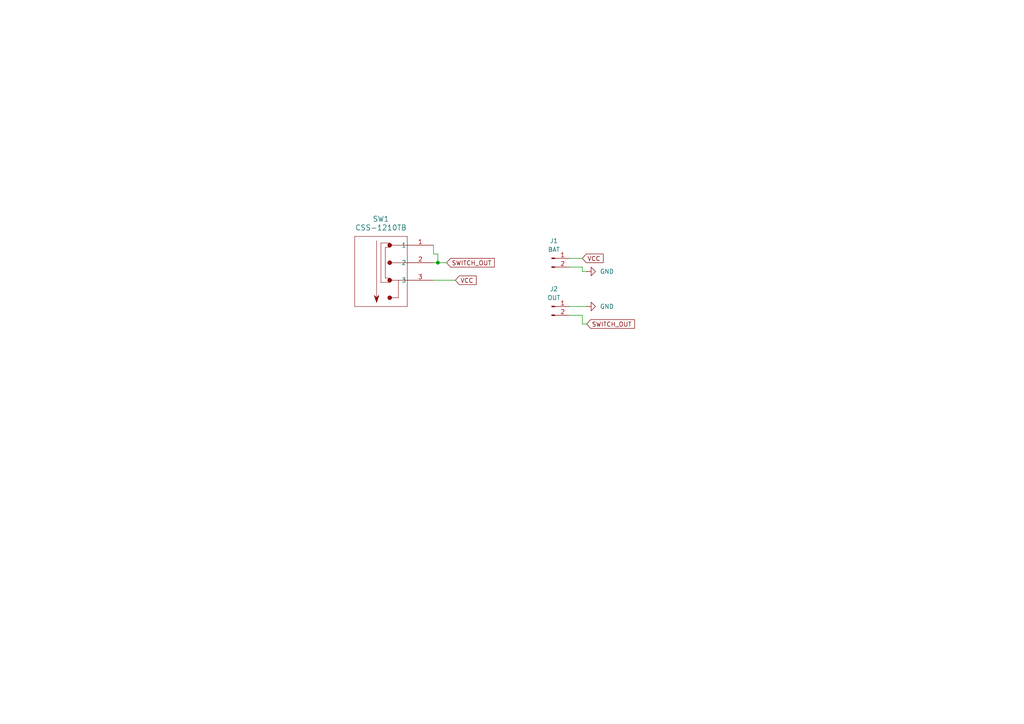
<source format=kicad_sch>
(kicad_sch (version 20231120) (generator "eeschema") (generator_version "8.0")
  (paper "A4")
  (lib_symbols
    (symbol "CSS-1210TB:CSS-1210TB" (pin_names (offset 0.254))
      (property "Reference" "SW" (at -20.32 10.16 0))
      (property "Value" "CSS-1210TB" (at -20.32 7.62 0))
      (symbol "CSS-1210TB_0_1"
        (circle (center -17.78 -12.7) (radius 0.127) (stroke (width 0.508)))
        (circle (center -17.78 -7.62) (radius 0.127) (stroke (width 0.508)))
        (circle (center -17.78 -2.54) (radius 0.127) (stroke (width 0.508)))
        (circle (center -17.78 2.54) (radius 0.127) (stroke (width 0.508)))
        (polyline (pts (xy -27.94 -15.24) (xy -12.7 -15.24)) (stroke (width 0.127)))
        (polyline (pts (xy -27.94 5.08) (xy -27.94 -15.24)) (stroke (width 0.127)))
        (polyline (pts (xy -22.225 -12.065) (xy -21.59 -12.7)) (stroke (width 0.127)))
        (polyline (pts (xy -21.59 -13.97) (xy -22.225 -12.065)) (stroke (width 0.127)))
        (polyline (pts (xy -21.59 -12.7) (xy -20.955 -12.065)) (stroke (width 0.127)))
        (polyline (pts (xy -21.59 3.81) (xy -21.59 -13.97)) (stroke (width 0.127)))
        (polyline (pts (xy -20.955 -12.065) (xy -21.59 -13.97)) (stroke (width 0.127)))
        (polyline (pts (xy -20.32 3.175) (xy -20.32 -8.255)) (stroke (width 0.127)))
        (polyline (pts (xy -19.05 1.905) (xy -19.05 -6.985)) (stroke (width 0.127)))
        (polyline (pts (xy -17.78 -8.255) (xy -20.32 -8.255)) (stroke (width 0.127)))
        (polyline (pts (xy -17.78 -6.985) (xy -19.05 -6.985)) (stroke (width 0.127)))
        (polyline (pts (xy -17.78 -6.985) (xy -17.78 -8.255)) (stroke (width 0.127)))
        (polyline (pts (xy -17.78 1.905) (xy -19.05 1.905)) (stroke (width 0.127)))
        (polyline (pts (xy -17.78 1.905) (xy -17.78 3.175)) (stroke (width 0.127)))
        (polyline (pts (xy -17.78 3.175) (xy -20.32 3.175)) (stroke (width 0.127)))
        (polyline (pts (xy -15.24 -12.7) (xy -17.78 -12.7)) (stroke (width 0.127)))
        (polyline (pts (xy -15.24 -7.62) (xy -15.24 -12.7)) (stroke (width 0.127)))
        (polyline (pts (xy -12.7 -15.24) (xy -12.7 5.08)) (stroke (width 0.127)))
        (polyline (pts (xy -12.7 -7.62) (xy -17.78 -7.62)) (stroke (width 0.127)))
        (polyline (pts (xy -12.7 -2.54) (xy -17.78 -2.54)) (stroke (width 0.127)))
        (polyline (pts (xy -12.7 2.54) (xy -17.78 2.54)) (stroke (width 0.127)))
        (polyline (pts (xy -12.7 5.08) (xy -27.94 5.08)) (stroke (width 0.127)))
        (polyline (pts (xy -22.225 -12.065) (xy -21.59 -13.97) (xy -20.955 -12.065) (xy -21.59 -12.7)) (fill (type outline)))
        (pin unspecified line (at -5.08 2.54 180) (length 7.62) (name "1") (number "1"))
        (pin unspecified line (at -5.08 -2.54 180) (length 7.62) (name "2") (number "2"))
        (pin unspecified line (at -5.08 -7.62 180) (length 7.62) (name "3") (number "3"))
      )
    )
    (symbol "Connector:Conn_01x02_Pin" (pin_names (offset 1.016) hide)
      (property "Reference" "J" (at 0 2.54 0))
      (property "Value" "Conn_01x02_Pin" (at 0 -5.08 0))
      (symbol "Conn_01x02_Pin_1_1"
        (polyline (pts (xy 1.27 -2.54) (xy 0.8636 -2.54)) (stroke (width 0.1524)))
        (polyline (pts (xy 1.27 0) (xy 0.8636 0)) (stroke (width 0.1524)))
        (rectangle (start 0.8636 -2.413) (end 0 -2.667) (stroke (width 0.1524)) (fill (type outline)))
        (rectangle (start 0.8636 0.127) (end 0 -0.127) (stroke (width 0.1524)) (fill (type outline)))
        (pin passive line (at 5.08 0 180) (length 3.81) (name "Pin_1") (number "1"))
        (pin passive line (at 5.08 -2.54 180) (length 3.81) (name "Pin_2") (number "2"))
      )
    )
    (symbol "power:GND" (power) (pin_numbers hide) (pin_names (offset 0) hide)
      (property "Value" "GND" (at 0 -3.81 0))
      (symbol "GND_0_1"
        (polyline (pts (xy 0 0) (xy 0 -1.27) (xy 1.27 -1.27) (xy 0 -2.54) (xy -1.27 -1.27) (xy 0 -1.27)))
      )
      (symbol "GND_1_1"
        (pin power_in line (at 0 0 270) (length 0) (name "~") (number "1"))
      )
    )
  )
  (junction (at 127 76.2))
  (wire (pts (xy 125.73 81.28) (xy 132.08 81.28)))
  (wire (pts (xy 127 76.2) (xy 129.54 76.2)))
  (wire (pts (xy 165.1 88.9) (xy 170.18 88.9)))
  (wire (pts (xy 168.91 93.98) (xy 168.91 91.44)))
  (wire (pts (xy 125.73 71.12) (xy 125.73 73.66)))
  (wire (pts (xy 168.91 78.74) (xy 170.18 78.74)))
  (wire (pts (xy 125.73 76.2) (xy 127 76.2)))
  (wire (pts (xy 127 73.66) (xy 127 76.2)))
  (wire (pts (xy 170.18 93.98) (xy 168.91 93.98)))
  (wire (pts (xy 165.1 77.47) (xy 168.91 77.47)))
  (wire (pts (xy 168.91 91.44) (xy 165.1 91.44)))
  (wire (pts (xy 125.73 73.66) (xy 127 73.66)))
  (wire (pts (xy 165.1 74.93) (xy 168.91 74.93)))
  (wire (pts (xy 168.91 77.47) (xy 168.91 78.74)))
  (global_label "SWITCH_OUT" (shape input) (at 170.18 93.98 0) (property "Intersheetrefs" "${INTERSHEET_REFS}" (effects (hide yes))))
  (global_label "VCC" (shape input) (at 168.91 74.93 0) (property "Intersheetrefs" "${INTERSHEET_REFS}" (effects (hide yes))))
  (global_label "SWITCH_OUT" (shape input) (at 129.54 76.2 0) (property "Intersheetrefs" "${INTERSHEET_REFS}" (effects (hide yes))))
  (global_label "VCC" (shape input) (at 132.08 81.28 0) (property "Intersheetrefs" "${INTERSHEET_REFS}" (effects (hide yes))))
  (symbol (lib_id "Connector:Conn_01x02_Pin") (at 160.02 74.93 0) (unit 1)
    (property "Reference" "J1" (at 160.655 69.85 0))
    (property "Value" "BAT" (at 160.655 72.39 0))
    (property "Footprint" "Connector_PinHeader_2.54mm:PinHeader_1x02_P2.54mm_Vertical" (effects (hide yes)))
    (property "Description" "Generic connector, single row, 01x02, script generated" (effects (hide yes)))
  )
  (symbol (lib_id "Connector:Conn_01x02_Pin") (at 160.02 88.9 0) (unit 1)
    (property "Reference" "J2" (at 160.655 83.82 0))
    (property "Value" "OUT" (at 160.655 86.36 0))
    (property "Footprint" "Connector_PinHeader_2.54mm:PinHeader_1x02_P2.54mm_Vertical" (effects (hide yes)))
    (property "Description" "Generic connector, single row, 01x02, script generated" (effects (hide yes)))
  )
  (symbol (lib_id "power:GND") (at 170.18 78.74 90) (unit 1)
    (property "Reference" "#PWR01" (effects (hide yes)))
    (property "Value" "GND" (at 173.99 78.7399 90) (effects (justify right)))
    (property "Description" "Power symbol creates a global label with name \"GND\" , ground" (effects (hide yes)))
  )
  (symbol (lib_id "power:GND") (at 170.18 88.9 90) (unit 1)
    (property "Reference" "#PWR02" (effects (hide yes)))
    (property "Value" "GND" (at 173.99 88.8999 90) (effects (justify right)))
    (property "Description" "Power symbol creates a global label with name \"GND\" , ground" (effects (hide yes)))
  )
  (symbol (lib_id "CSS-1210TB:CSS-1210TB") (at 130.81 73.66 0) (unit 1)
    (property "Reference" "SW1" (at 110.49 63.5 0) (effects (font (size 1.524 1.524))))
    (property "Value" "CSS-1210TB" (at 110.49 66.04 0) (effects (font (size 1.524 1.524))))
    (property "Footprint" "SW3_CSS-1210TB_NDC" (effects (hide yes)))
    (property "Datasheet" "CSS-1210TB" (effects (hide yes)))
  )
)
</source>
